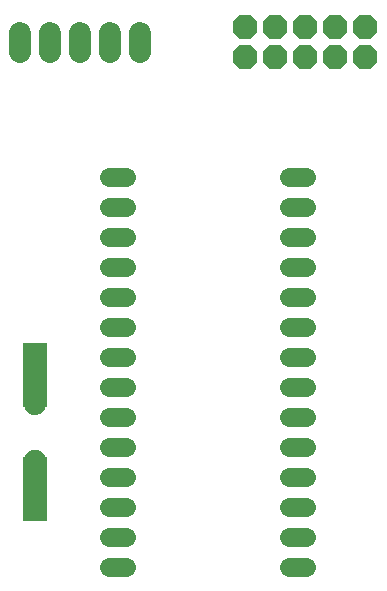
<source format=gts>
G75*
%MOIN*%
%OFA0B0*%
%FSLAX25Y25*%
%IPPOS*%
%LPD*%
%AMOC8*
5,1,8,0,0,1.08239X$1,22.5*
%
%ADD10C,0.07200*%
%ADD11OC8,0.08200*%
%ADD12R,0.08400X0.21800*%
%ADD13C,0.07400*%
%ADD14C,0.06400*%
D10*
X0020737Y0191474D02*
X0020737Y0197874D01*
X0030737Y0197874D02*
X0030737Y0191474D01*
X0040737Y0191474D02*
X0040737Y0197874D01*
X0050737Y0197874D02*
X0050737Y0191474D01*
X0060737Y0191474D02*
X0060737Y0197874D01*
D11*
X0095737Y0199674D03*
X0095737Y0189674D03*
X0105737Y0189674D03*
X0105737Y0199674D03*
X0115737Y0199674D03*
X0115737Y0189674D03*
X0125737Y0189674D03*
X0125737Y0199674D03*
X0135737Y0199674D03*
X0135737Y0189674D03*
D12*
X0025737Y0045674D03*
X0025737Y0083674D03*
D13*
X0025737Y0074174D03*
X0025737Y0055174D03*
D14*
X0050437Y0059674D02*
X0056037Y0059674D01*
X0056037Y0049674D02*
X0050437Y0049674D01*
X0050437Y0039674D02*
X0056037Y0039674D01*
X0056037Y0029674D02*
X0050437Y0029674D01*
X0050437Y0019674D02*
X0056037Y0019674D01*
X0056037Y0069674D02*
X0050437Y0069674D01*
X0050437Y0079674D02*
X0056037Y0079674D01*
X0056037Y0089674D02*
X0050437Y0089674D01*
X0050437Y0099674D02*
X0056037Y0099674D01*
X0056037Y0109674D02*
X0050437Y0109674D01*
X0050437Y0119674D02*
X0056037Y0119674D01*
X0056037Y0129674D02*
X0050437Y0129674D01*
X0050437Y0139674D02*
X0056037Y0139674D01*
X0056037Y0149674D02*
X0050437Y0149674D01*
X0110437Y0149674D02*
X0116037Y0149674D01*
X0116037Y0139674D02*
X0110437Y0139674D01*
X0110437Y0129674D02*
X0116037Y0129674D01*
X0116037Y0119674D02*
X0110437Y0119674D01*
X0110437Y0109674D02*
X0116037Y0109674D01*
X0116037Y0099674D02*
X0110437Y0099674D01*
X0110437Y0089674D02*
X0116037Y0089674D01*
X0116037Y0079674D02*
X0110437Y0079674D01*
X0110437Y0069674D02*
X0116037Y0069674D01*
X0116037Y0059674D02*
X0110437Y0059674D01*
X0110437Y0049674D02*
X0116037Y0049674D01*
X0116037Y0039674D02*
X0110437Y0039674D01*
X0110437Y0029674D02*
X0116037Y0029674D01*
X0116037Y0019674D02*
X0110437Y0019674D01*
M02*

</source>
